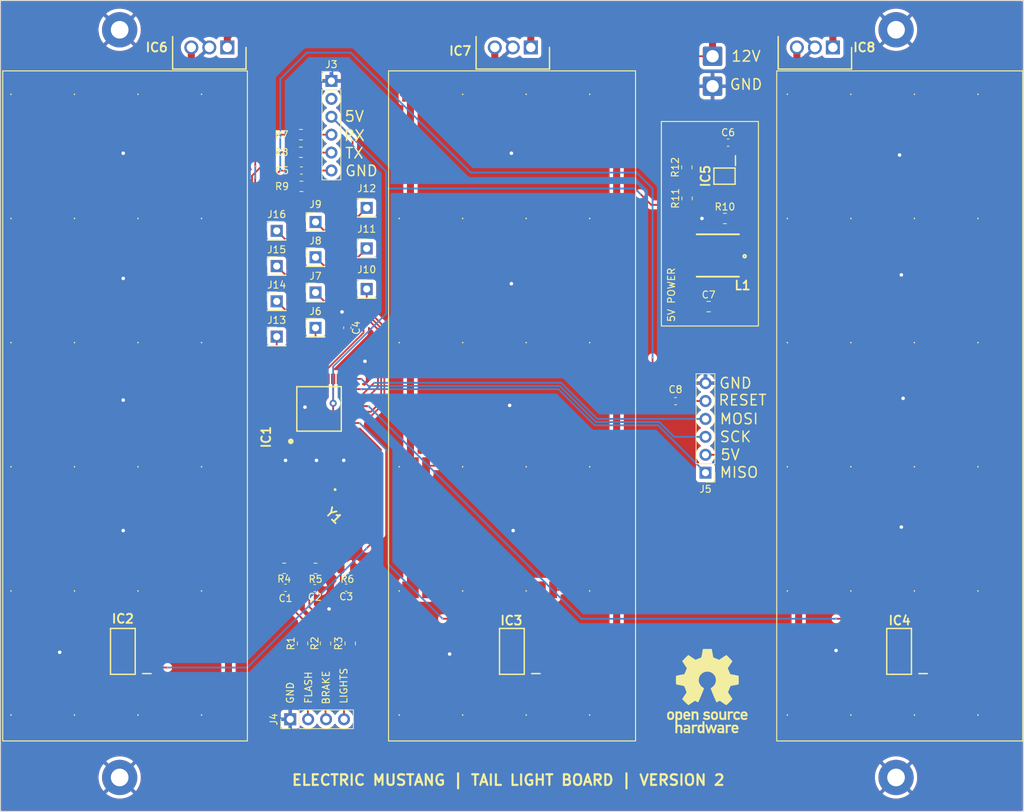
<source format=kicad_pcb>
(kicad_pcb (version 20221018) (generator pcbnew)
  (layers (0 "F.Cu" signal) (31 "B.Cu" signal) (34 "B.Paste" user) (35 "F.Paste" user) (36 "B.SilkS" user "B.Silkscreen") (37 "F.SilkS" user "F.Silkscreen") (38 "B.Mask" user) (39 "F.Mask" user) (44 "Edge.Cuts" user))
  (net 0 "")
  (net 1 "Net-(LED1-Pad2)")
  (net 2 "Net-(LED2-Pad2)")
  (net 3 "Net-(LED3-Pad2)")
  (net 4 "Net-(LED10-Pad2)")
  (net 5 "Net-(LED11-Pad2)")
  (net 6 "Net-(LED13-Pad2)")
  (net 7 "Net-(LED14-Pad2)")
  (net 8 "Net-(LED15-Pad2)")
  (net 9 "Net-(LED17-Pad2)")
  (net 10 "Net-(LED18-Pad2)")
  (net 11 "Net-(LED19-Pad2)")
  (net 12 "Net-(LED21-Pad2)")
  (net 13 "Net-(LED23-Pad2)")
  (net 14 "Net-(LED25-Pad2)")
  (net 15 "Net-(LED26-Pad2)")
  (net 16 "Net-(LED27-Pad2)")
  (net 17 "Net-(LED29-Pad2)")
  (net 18 "Net-(LED30-Pad2)")
  (net 19 "Net-(LED31-Pad2)")
  (net 20 "Net-(LED33-Pad2)")
  (net 21 "Net-(LED34-Pad2)")
  (net 22 "Net-(LED35-Pad2)")
  (net 23 "Net-(LED37-Pad2)")
  (net 24 "Net-(LED38-Pad2)")
  (net 25 "Net-(LED39-Pad2)")
  (net 26 "Net-(LED41-Pad2)")
  (net 27 "Net-(LED42-Pad2)")
  (net 28 "Net-(LED43-Pad2)")
  (net 29 "Net-(LED46-Pad2)")
  (net 30 "Net-(LED47-Pad2)")
  (net 31 "Net-(LED49-Pad2)")
  (net 32 "Net-(LED50-Pad2)")
  (net 33 "Net-(LED51-Pad2)")
  (net 34 "Net-(LED53-Pad2)")
  (net 35 "Net-(LED54-Pad2)")
  (net 36 "Net-(LED55-Pad2)")
  (net 37 "Net-(LED57-Pad2)")
  (net 38 "Net-(LED58-Pad2)")
  (net 39 "Net-(LED59-Pad2)")
  (net 40 "Net-(LED61-Pad2)")
  (net 41 "Net-(LED62-Pad2)")
  (net 42 "Net-(LED63-Pad2)")
  (net 43 "Net-(LED65-Pad2)")
  (net 44 "Net-(LED66-Pad2)")
  (net 45 "Net-(LED67-Pad2)")
  (net 46 "Net-(LED69-Pad2)")
  (net 47 "Net-(LED70-Pad2)")
  (net 48 "Net-(LED71-Pad2)")
  (net 49 "BLOCK_1_SIGNAL")
  (net 50 "BLOCK_2_SIGNAL")
  (net 51 "BLOCK_3_SIGNAL")
  (net 52 "GND")
  (net 53 "12V")
  (net 54 "Net-(LED45-Pad2)")
  (net 55 "RESET")
  (net 56 "Net-(IC1-PD2_(INT0{slash}PCINT18))")
  (net 57 "5V")
  (net 58 "FLASH_IN")
  (net 59 "BRAKE_IN")
  (net 60 "LIGHTS_ON_IN")
  (net 61 "RX")
  (net 62 "TX")
  (net 63 "Net-(IC1-(PCINT19{slash}OC2B{slash}INT1)_PD3)")
  (net 64 "Net-(IC1-(PCINT20{slash}XCK{slash}T0)_PD4)")
  (net 65 "Net-(IC1-AREF)")
  (net 66 "Net-(J3-Pin_6)")
  (net 67 "Net-(IC1-(PCINT6{slash}XTAL1{slash}TOSC1)_PB6)")
  (net 68 "Net-(IC1-(PCINT7{slash}XTAL2{slash}TOSC2)_PB7)")
  (net 69 "Net-(IC1-PD0_(RXD{slash}PCINT16))")
  (net 70 "Net-(IC1-PD1_(TXD{slash}PCINT17))")
  (net 71 "Net-(IC2-D_1)")
  (net 73 "Net-(IC3-D_1)")
  (net 75 "Net-(IC4-D_1)")
  (net 77 "Net-(IC5-FB)")
  (net 78 "Net-(IC5-SW)")
  (net 79 "Net-(IC5-PG)")
  (net 81 "Net-(LED5-Pad2)")
  (net 82 "Net-(LED6-Pad2)")
  (net 83 "Net-(LED7-Pad2)")
  (net 84 "Net-(LED10-Pad1)")
  (net 85 "Net-(LED22-Pad2)")
  (net 86 "MOSI")
  (net 87 "MISO")
  (net 88 "SCK")
  (net 89 "Net-(J5-Pin_5)")
  (net 90 "Net-(IC6-OUTPUT)")
  (net 91 "Net-(IC7-OUTPUT)")
  (net 92 "Net-(IC8-OUTPUT)")
  (net 93 "Net-(IC1-(PCINT23{slash}AIN1)_PD7)")
  (net 94 "Net-(IC1-(PCINT0{slash}CLKO{slash}ICP1)_PB0)")
  (net 95 "Net-(IC1-(PCINT2{slash}SS{slash}OC1B)_PB2)")
  (net 96 "Net-(IC1-ADC6)")
  (net 97 "Net-(IC1-ADC7)")
  (net 98 "Net-(IC1-PC0_(ADC0{slash}PCINT8))")
  (net 99 "Net-(IC1-PC1_(ADC1{slash}PCINT9))")
  (net 100 "Net-(IC1-PC2_(ADC2{slash}PCINT10))")
  (net 101 "Net-(IC1-PC3_(ADC3{slash}PCINT11))")
  (net 102 "Net-(IC1-PC4_(ADC4{slash}SDA{slash}PCINT12))")
  (net 103 "Net-(IC1-PC5_(ADC5{slash}SCL{slash}PCINT13))")
  (footprint "LED_SMD:HLAM2835H421WS108HR3" (layer "F.Cu") (at 168 57.6 180)
    (fp_text reference "LED56" hide)
    (fp_text value "HL-AM-2835H421W-S1-08-HR3" hide)
  )
  (footprint "Resistor_SMD:R_0805_2012Metric" (layer "F.Cu") (at 76.6625 118 90)
    (fp_text reference "R3")
    (fp_text value "4k7" hide)
  )
  (footprint "Resistor_SMD:R_0805_2012Metric" (layer "F.Cu") (at 76.25 107.3625)
    (fp_text reference "R6")
    (fp_text value "1k5" hide)
  )
  (footprint "LED_SMD:HLAM2835H421WS108HR3" (layer "F.Cu") (at 86 40 180)
    (fp_text reference "LED25" hide)
    (fp_text value "HL-AM-2835H421W-S1-08-HR3" hide)
  )
  (footprint "LED_SMD:HLAM2835H421WS108HR3" (layer "F.Cu") (at 49 110.4 180)
    (fp_text reference "LED19" hide)
    (fp_text value "HL-AM-2835H421W-S1-08-HR3" hide)
  )
  (footprint "LED_SMD:HLAM2835H421WS108HR3" (layer "F.Cu") (at 40 128 180)
    (fp_text reference "LED22" hide)
    (fp_text value "HL-AM-2835H421W-S1-08-HR3" hide)
  )
  (footprint "Resistor_SMD:R_0805_2012Metric" (layer "F.Cu") (at 71.75 107.3625)
    (fp_text reference "R5")
    (fp_text value "1k5" hide)
  )
  (footprint "Library:SOT230P700X175-4N" (layer "F.Cu") (at 99.568 119.126 180)
    (fp_text reference "IC3")
    (fp_text value "NCV8402ASTT1G" hide)
  )
  (footprint "Capacitor_SMD:C_0603_1608Metric" (layer "F.Cu") (at 122.765085 83.647101)
    (fp_text reference "C8")
    (fp_text value "0.1uF" hide)
  )
  (footprint "LED_SMD:HLAM2835H421WS108HR3" (layer "F.Cu") (at 58 75.2 180)
    (fp_text reference "LED12" hide)
    (fp_text value "HL-AM-2835H421W-S1-08-HR3" hide)
  )
  (footprint "Connector_PinHeader_2.54mm:PinHeader_1x01_P2.54mm_Vertical" (layer "F.Cu") (at 66.25 69.5)
    (fp_text reference "J14")
    (fp_text value "Conn_01x01_Pin" hide)
  )
  (footprint "Capacitor_SMD:C_0603_1608Metric" (layer "F.Cu") (at 67.5 110.1125 180)
    (fp_text reference "C1")
    (fp_text value "1uF" hide)
  )
  (footprint "LED_SMD:HLAM2835H421WS108HR3" (layer "F.Cu") (at 58 57.6 180)
    (fp_text reference "LED8" hide)
    (fp_text value "HL-AM-2835H421W-S1-08-HR3" hide)
  )
  (footprint "LED_SMD:HLAM2835H421WS108HR3" (layer "F.Cu") (at 86 57.6 180)
    (fp_text reference "LED29" hide)
    (fp_text value "HL-AM-2835H421W-S1-08-HR3" hide)
  )
  (footprint "LED_SMD:HLAM2835H421WS108HR3" (layer "F.Cu") (at 150 40 180)
    (fp_text reference "LED50" hide)
    (fp_text value "HL-AM-2835H421W-S1-08-HR3" hide)
  )
  (footprint "LED_SMD:HLAM2835H421WS108HR3" (layer "F.Cu") (at 104 110.4 180)
    (fp_text reference "LED43" hide)
    (fp_text value "HL-AM-2835H421W-S1-08-HR3" hide)
  )
  (footprint "LED_SMD:HLAM2835H421WS108HR3" (layer "F.Cu") (at 150 128 180)
    (fp_text reference "LED70" hide)
    (fp_text value "HL-AM-2835H421W-S1-08-HR3" hide)
  )
  (footprint "LED_SMD:HLAM2835H421WS108HR3" (layer "F.Cu") (at 40 75.2 180)
    (fp_text reference "LED10" hide)
    (fp_text value "HL-AM-2835H421W-S1-08-HR3" hide)
  )
  (footprint "LED_SMD:HLAM2835H421WS108HR3" (layer "F.Cu") (at 141 128 180)
    (fp_text reference "LED69" hide)
    (fp_text value "HL-AM-2835H421W-S1-08-HR3" hide)
  )
  (footprint "LED_SMD:HLAM2835H421WS108HR3" (layer "F.Cu") (at 49 128 180)
    (fp_text reference "LED23" hide)
    (fp_text value "HL-AM-2835H421W-S1-08-HR3" hide)
  )
  (footprint "Connector_PinHeader_2.54mm:PinHeader_1x01_P2.54mm_Vertical" (layer "F.Cu") (at 79 67.75)
    (fp_text reference "J10")
    (fp_text value "Conn_01x01_Pin" hide)
  )
  (footprint "Resistor_SMD:R_0805_2012Metric" (layer "F.Cu") (at 69.9125 118 90)
    (fp_text reference "R1")
    (fp_text value "4k7" hide)
  )
  (footprint "LED_SMD:HLAM2835H421WS108HR3" (layer "F.Cu") (at 168 110.4 180)
    (fp_text reference "LED68" hide)
    (fp_text value "HL-AM-2835H421W-S1-08-HR3" hide)
  )
  (footprint "Capacitor_SMD:C_0603_1608Metric" (layer "F.Cu") (at 130.204 47)
    (fp_text reference "C6")
    (fp_text value "10uF" hide)
  )
  (footprint "Resistor_SMD:R_0805_2012Metric" (layer "F.Cu") (at 69.75 53.2)
    (fp_text reference "R9")
    (fp_text value "10k" hide)
  )
  (footprint "LED_SMD:HLAM2835H421WS108HR3" (layer "F.Cu") (at 104 57.6 180)
    (fp_text reference "LED31" hide)
    (fp_text value "HL-AM-2835H421W-S1-08-HR3" hide)
  )
  (footprint "LED_SMD:HLAM2835H421WS108HR3" (layer "F.Cu") (at 150 57.6 180)
    (fp_text reference "LED54" hide)
    (fp_text value "HL-AM-2835H421W-S1-08-HR3" hide)
  )
  (footprint "LED_SMD:HLAM2835H421WS108HR3" (layer "F.Cu") (at 113 57.6 180)
    (fp_text reference "LED32" hide)
    (fp_text value "HL-AM-2835H421W-S1-08-HR3" hide)
  )
  (footprint "LED_SMD:HLAM2835H421WS108HR3" (layer "F.Cu") (at 141 57.6 180)
    (fp_text reference "LED53" hide)
    (fp_text value "HL-AM-2835H421W-S1-08-HR3" hide)
  )
  (footprint "Library:TO255P460X1020X2008-3P" (layer "F.Cu") (at 59.25 33.5 180)
    (fp_text reference "IC6")
    (fp_text value "L7812CV" hide)
  )
  (footprint "LED_SMD:HLAM2835H421WS108HR3" (layer "F.Cu") (at 31 40 180)
    (fp_text reference "LED1" hide)
    (fp_text value "HL-AM-2835H421W-S1-08-HR3" hide)
  )
  (footprint "Connector_PinHeader_2.54mm:PinHeader_1x04_P2.54mm_Vertical" (layer "F.Cu") (at 68.1625 128.75 90)
    (fp_text reference "J4")
    (fp_text value "Conn_01x04_Female" hide)
  )
  (footprint "LED_SMD:HLAM2835H421WS108HR3" (layer "F.Cu") (at 58 110.4 180)
    (fp_text reference "LED20" hide)
    (fp_text value "HL-AM-2835H421W-S1-08-HR3" hide)
  )
  (footprint "Connector_PinHeader_2.54mm:PinHeader_1x01_P2.54mm_Vertical" (layer "F.Cu") (at 71.75 68.25)
    (fp_text reference "J7")
    (fp_text value "Conn_01x01_Pin" hide)
  )
  (footprint "LED_SMD:HLAM2835H421WS108HR3" (layer "F.Cu") (at 49 75.2 180)
    (fp_text reference "LED11" hide)
    (fp_text value "HL-AM-2835H421W-S1-08-HR3" hide)
  )
  (footprint "LED_SMD:HLAM2835H421WS108HR3" (layer "F.Cu") (at 31 92.8 180)
    (fp_text reference "LED13" hide)
    (fp_text value "HL-AM-2835H421W-S1-08-HR3" hide)
  )
  (footprint "LED_SMD:HLAM2835H421WS108HR3" (layer "F.Cu") (at 159 40 180)
    (fp_text reference "LED51" hide)
    (fp_text value "HL-AM-2835H421W-S1-08-HR3" hide)
  )
  (footprint "Resistor_SMD:R_0805_2012Metric" (layer "F.Cu") (at 69.678661 45.867832 180)
    (fp_text reference "R7")
    (fp_text value "10k" hide)
  )
  (footprint "LED_SMD:HLAM2835H421WS108HR3" (layer "F.Cu") (at 49 92.8 180)
    (fp_text reference "LED15" hide)
    (fp_text value "HL-AM-2835H421W-S1-08-HR3" hide)
  )
  (footprint "LED_SMD:HLAM2835H421WS108HR3" (layer "F.Cu") (at 150 92.8 180)
    (fp_text reference "LED62" hide)
    (fp_text value "HL-AM-2835H421W-S1-08-HR3" hide)
  )
  (footprint "Connector_PinHeader_2.54mm:PinHeader_1x01_P2.54mm_Vertical" (layer "F.Cu") (at 71.75 73.25)
    (fp_text reference "J6")
    (fp_text value "Conn_01x01_Pin" hide)
  )
  (footprint "LED_SMD:HLAM2835H421WS108HR3" (layer "F.Cu") (at 150 110.4 180)
    (fp_text reference "LED66" hide)
    (fp_text value "HL-AM-2835H421W-S1-08-HR3" hide)
  )
  (footprint "Resistor_SMD:R_0805_2012Metric" (layer "F.Cu") (at 73.1625 118 90)
    (fp_text reference "R2")
    (fp_text value "4k7" hide)
  )
  (footprint "LED_SMD:HLAM2835H421WS108HR3" (layer "F.Cu") (at 86 110.4 180)
    (fp_text reference "LED41" hide)
    (fp_text value "HL-AM-2835H421W-S1-08-HR3" hide)
  )
  (footprint "Connector_Wire:SolderWire-1sqmm_1x01_D1.4mm_OD2.7mm" (layer "F.Cu") (at 128 34.75)
    (fp_text reference "J1" hide)
    (fp_text value "Conn_01x01" hide)
  )
  (footprint "LED_SMD:HLAM2835H421WS108HR3" (layer "F.Cu") (at 159 128 180)
    (fp_text reference "LED71" hide)
    (fp_text value "HL-AM-2835H421W-S1-08-HR3" hide)
  )
  (footprint "MountingHole:MountingHole_2.5mm_Pad" (layer "F.Cu") (at 44 137)
    (fp_text reference "H2" hide)
    (fp_text value "MountingHole_Pad" hide)
  )
  (footprint "Connector_PinHeader_2.54mm:PinHeader_1x01_P2.54mm_Vertical" (layer "F.Cu") (at 66.25 74.5)
    (fp_text reference "J13")
    (fp_text value "Conn_01x01_Pin" hide)
  )
  (footprint "Capacitor_SMD:C_0603_1608Metric" (layer "F.Cu") (at 76.25 73.25 90)
    (fp_text reference "C4")
    (fp_text value "0.1uF" hide)
  )
  (footprint "LED_SMD:HLAM2835H421WS108HR3" (layer "F.Cu") (at 58 40 180)
    (fp_text reference "LED4" hide)
    (fp_text value "HL-AM-2835H421W-S1-08-HR3" hide)
  )
  (footprint "LED_SMD:HLAM2835H421WS108HR3" (layer "F.Cu") (at 31 75.2 180)
    (fp_text reference "LED9" hide)
    (fp_text value "HL-AM-2835H421W-S1-08-HR3" hide)
  )
  (footprint "LED_SMD:HLAM2835H421WS108HR3" (layer "F.Cu") (at 168 75.2 180)
    (fp_text reference "LED60" hide)
    (fp_text value "HL-AM-2835H421W-S1-08-HR3" hide)
  )
  (footprint "LED_SMD:HLAM2835H421WS108HR3" (layer "F.Cu") (at 113 75.2 180)
    (fp_text reference "LED36" hide)
    (fp_text value "HL-AM-2835H421W-S1-08-HR3" hide)
  )
  (footprint "LED_SMD:HLAM2835H421WS108HR3" (layer "F.Cu") (at 95 128 180)
    (fp_text reference "LED46" hide)
    (fp_text value "HL-AM-2835H421W-S1-08-HR3" hide)
  )
  (footprint "LED_SMD:HLAM2835H421WS108HR3" (layer "F.Cu") (at 113 92.8 180)
    (fp_text reference "LED40" hide)
    (fp_text value "HL-AM-2835H421W-S1-08-HR3" hide)
  )
  (footprint "Symbol:OSHW-Logo_11.4x12mm_SilkScreen" (layer "F.Cu") (at 127.25 124.75)
    (fp_text reference "REF**" hide)
    (fp_text value "OSHW-Logo_11.4x12mm_SilkScreen" hide)
  )
  (footprint "LED_SMD:HLAM2835H421WS108HR3" (layer "F.Cu") (at 95 40 180)
    (fp_text reference "LED26" hide)
    (fp_text value "HL-AM-2835H421W-S1-08-HR3" hide)
  )
  (footprint "LED_SMD:HLAM2835H421WS108HR3" (layer "F.Cu") (at 95 92.8 180)
    (fp_text reference "LED38" hide)
    (fp_text value "HL-AM-2835H421W-S1-08-HR3" hide)
  )
  (footprint "Connector_PinHeader_2.54mm:PinHeader_1x01_P2.54mm_Vertical" (layer "F.Cu") (at 79 62)
    (fp_text reference "J11")
    (fp_text value "Conn_01x01_Pin" hide)
  )
  (footprint "Capacitor_SMD:C_0805_2012Metric" (layer "F.Cu") (at 127.45 70.25)
    (fp_text reference "C7")
    (fp_text value "22uF" hide)
  )
  (footprint "LED_SMD:HLAM2835H421WS108HR3" (layer "F.Cu") (at 40 57.6 180)
    (fp_text reference "LED6" hide)
    (fp_text value "HL-AM-2835H421W-S1-08-HR3" hide)
  )
  (footprint "LED_SMD:HLAM2835H421WS108HR3" (layer "F.Cu") (at 49 57.6 180)
    (fp_text reference "LED7" hide)
    (fp_text value "HL-AM-2835H421W-S1-08-HR3" hide)
  )
  (footprint "LED_SMD:HLAM2835H421WS108HR3" (layer "F.Cu") (at 150 75.2 180)
    (fp_text reference "LED58" hide)
    (fp_text value "HL-AM-2835H421W-S1-08-HR3" hide)
  )
  (footprint "Library:X322516MLB4SI" (layer "F.Cu") (at 77 97.25 -45)
    (fp_text reference "Y1")
    (fp_text value "X322516MLB4SI" hide)
  )
  (footprint "LED_SMD:HLAM2835H421WS108HR3" (layer "F.Cu") (at 141 110.4 180)
    (fp_text reference "LED65" hide)
    (fp_text value "HL-AM-2835H421W-S1-08-HR3" hide)
  )
  (footprint "Connector_PinHeader_2.54mm:PinHeader_1x06_P2.54mm_Vertical" (layer "F.Cu") (at 127 93.79 180)
    (fp_text reference "J5")
    (fp_text value "Conn_01x06_Female" hide)
  )
  (footprint "Connector_PinHeader_2.54mm:PinHeader_1x01_P2.54mm_Vertical" (layer "F.Cu") (at 66.25 59.5)
    (fp_text reference "J16")
    (fp_text value "Conn_01x01_Pin" hide)
  )
  (footprint "LED_SMD:HLAM2835H421WS108HR3" (layer "F.Cu") (at 159 57.6 180)
    (fp_text reference "LED55" hide)
    (fp_text value "HL-AM-2835H421W-S1-08-HR3" hide)
  )
  (footprint "LED_SMD:HLAM2835H421WS108HR3" (layer "F.Cu") (at 86 128 180)
    (fp_text reference "LED45" hide)
    (fp_text value "HL-AM-2835H421W-S1-08-HR3" hide)
  )
  (footprint "Capacitor_SMD:C_0603_1608Metric" (layer "F.Cu") (at 71.644552 110.159254)
    (fp_text reference "C2")
    (fp_text value "1uF" hide)
  )
  (footprint "LED_SMD:HLAM2835H421WS108HR3" (layer "F.Cu") (at 40 40 180)
    (fp_text reference "LED2" hide)
    (fp_text value "HL-AM-2835H421W-S1-08-HR3" hide)
  )
  (footprint "MountingHole:MountingHole_2.5mm_Pad" (layer "F.Cu") (at 154 31)
    (fp_text reference "H1" hide)
    (fp_text value "MountingHole_Pad" hide)
  )
  (footprint "LED_SMD:HLAM2835H421WS108HR3" (layer "F.Cu") (at 104 128 180)
    (fp_text reference "LED47" hide)
    (fp_text value "HL-AM-2835H421W-S1-08-HR3" hide)
  )
  (footprint "Capacitor_SMD:C_0603_1608Metric" (layer "F.Cu") (at 69.75 50.95)
    (fp_text reference "C5")
    (fp_text value "0.1uF" hide)
  )
  (footprint "LED_SMD:HLAM2835H421WS108HR3" (layer "F.Cu") (at 86 92.8 180)
    (fp_text reference "LED37" hide)
    (fp_text value "HL-AM-2835H421W-S1-08-HR3" hide)
  )
  (footprint "Resistor_SMD:R_0805_2012Metric" (layer "F.Cu") (at 124.389334 54.907452 90)
    (fp_text reference "R11")
    (fp_text value "220k" hide)
  )
  (footprint "LED_SMD:HLAM2835H421WS108HR3" (layer "F.Cu") (at 31 128 180)
    (fp_text reference "LED21" hide)
    (fp_text value "HL-AM-2835H421W-S1-08-HR3" hide)
  )
  (footprint "LED_SMD:HLAM2835H421WS108HR3" (layer "F.Cu") (at 31 57.6 180)
    (fp_text reference "LED5" hide)
    (fp_text value "HL-AM-2835H421W-S1-08-HR3" hide)
  )
  (footprint "Connector_PinHeader_2.54mm:PinHeader_1x06_P2.54mm_Vertical" (layer "F.Cu") (at 74 38.25)
    (fp_text reference "J3")
    (fp_text value "Conn_01x06_Female" hide)
  )
  (footprint "Connector_PinHeader_2.54mm:PinHeader_1x01_P2.54mm_Vertical" (layer "F.Cu") (at 79 56.25)
    (fp_text reference "J12")
    (fp_text value "Conn_01x01_Pin" hide)
  )
  (footprint "LED_SMD:HLAM2835H421WS108HR3" (layer "F.Cu") (at 113 40 180)
    (fp_text reference "LED28" hide)
    (fp_text value "HL-AM-2835H421W-S1-08-HR3" hide)
  )
  (footprint "Library:SOP65P490X110-8N" (layer "F.Cu") (at 129.696 51.75 -90)
    (fp_text reference "IC5")
    (fp_text value "TPS62160DGKR" hide)
  )
  (footprint "MountingHole:MountingHole_2.5mm_Pad" (layer "F.Cu") (at 44 31)
    (fp_text reference "H5" hide)
    (fp_text value "MountingHole_Pad" hide)
  )
  (footprint "Library:SOT230P700X175-4N" (layer "F.Cu") (at 44.45 119.126 180)
    (fp_text reference "IC2")
    (fp_text value "NCV8402ASTT1G" hide)
  )
  (footprint "LED_SMD:HLAM2835H421WS108HR3" (layer "F.Cu") (at 95 110.4 180)
    (fp_text reference "LED42" hide)
    (fp_text value "HL-AM-2835H421W-S1-08-HR3" hide)
  )
  (footprint "Capacitor_SMD:C_0603_1608Metric" (layer "F.Cu") (at 76.096701 110.096383)
    (fp_text reference "C3")
    (fp_text value "1uF" hide)
  )
  (footprint "LED_SMD:HLAM2835H421WS108HR3" (layer "F.Cu") (at 95 75.2 180)
    (fp_text reference "LED34" hide)
    (fp_text value "HL-AM-2835H421W-S1-08-HR3" hide)
  )
  (footprint "LED_SMD:HLAM2835H421WS108HR3" (layer "F.Cu") (at 40 110.4 180)
    (fp_text reference "LED18" hide)
    (fp_text value "HL-AM-2835H421W-S1-08-HR3" hide)
  )
  (footprint "LED_SMD:HLAM2835H421WS108HR3" (layer "F.Cu") (at 104 75.2 180)
    (fp_text reference "LED35" hide)
    (fp_text value "HL-AM-2835H421W-S1-08-HR3" hide)
  )
  (footprint "Library:QFP80P900X900X120-32N" (layer "F.Cu") (at 72.25 84.75 90)
    (fp_text reference "IC1")
    (fp_text value "ATMEGA328P-AU" hide)
  )
  (footprint "LED_SMD:HLAM2835H421WS108HR3" (layer "F.Cu") (at 159 110.4 180)
    (fp_text reference "LED67" hide)
    (fp_text value "HL-AM-2835H421W-S1-08-HR3" hide)
  )
  (footprint "LED_SMD:HLAM2835H421WS108HR3" (layer "F.Cu") (at 159 92.8 180)
    (fp_text reference "LED63" hide)
    (fp_text value "HL-AM-2835H421W-S1-08-HR3" hide)
  )
  (footprint "Connector_PinHeader_2.54mm:PinHeader_1x01_P2.54mm_Vertical" (layer "F.Cu") (at 66.25 64.5)
    (fp_text reference "J15")
    (fp_text value "Conn_01x01_Pin" hide)
  )
  (footprint "Connector_Wire:SolderWire-1sqmm_1x01_D1.4mm_OD2.7mm" (layer "F.Cu") (at 128 39)
    (fp_text reference "J2" hide)
    (fp_text value "Conn_01x01" hide)
  )
  (footprint "LED_SMD:HLAM2835H421WS108HR3" (layer "F.Cu") (at 49 40 180)
    (fp_text reference "LED3" hide)
    (fp_text value "HL-AM-2835H421W-S1-08-HR3" hide)
  )
  (footprint "LED_SMD:HLAM2835H421WS108HR3" (layer "F.Cu") (at 40 92.8 180)
    (fp_text reference "LED14" hide)
    (fp_text value "HL-AM-2835H421W-S1-08-HR3" hide)
  )
  (footprint "LED_SMD:HLAM2835H421WS108HR3" (layer "F.Cu") (at 159 75.2 180)
    (fp_text reference "LED59" hide)
    (fp_text value "HL-AM-2835H421W-S1-08-HR3" hide)
  )
  (footprint "Resistor_SMD:R_0805_2012Metric" (layer "F.Cu") (at 69.678661 48.367832 180)
    (fp_text reference "R8")
    (fp_text value "10k" hide)
  )
  (footprint "LED_SMD:HLAM2835H421WS108HR3" (layer "F.Cu") (at 113 110.4 180)
    (fp_text reference "LED44" hide)
    (fp_text value "HL-AM-2835H421W-S1-08-HR3" hide)
  )
  (footprint "LED_SMD:HLAM2835H421WS108HR3" (layer "F.Cu") (at 168 128 180)
    (fp_text reference "LED72" hide)
    (fp_text value "HL-AM-2835H421W-S1-08-HR3" hide)
  )
  (footprint "LED_SMD:HLAM2835H421WS108HR3" (layer "F.Cu") (at 104 92.8 180)
    (fp_text reference "LED39" hide)
    (fp_text value "HL-AM-2835H421W-S1-08-HR3" hide)
  )
  (footprint "LED_SMD:HLAM2835H421WS108HR3" (layer "F.Cu") (at 141 92.8 180)
    (fp_text reference "LED61" hide)
    (fp_text value "HL-AM-2835H421W-S1-08-HR3" hide)
  )
  (footprint "Resistor_SMD:R_0805_2012Metric" (layer "F.Cu") (at 129.75 57.75)
    (fp_text reference "R10")
    (fp_text value "100k" hide)
  )
  (footprint "Resistor_SMD:R_0805_2012Metric" (layer "F.Cu") (at 124.362 50.5 90)
    (fp_text reference "R12")
    (fp_text value "47k" hide)
  )
  (footprint "MountingHole:MountingHole_2.5mm_Pad" (layer "F.Cu") (at 154 137)
    (fp_text reference "H3" hide)
    (fp_text value "MountingHole_Pad" hide)
  )
  (footprint "LED_SMD:HLAM2835H421WS108HR3" (layer "F.Cu") (at 104 40 180)
    (fp_text reference "LED27" hide)
    (fp_text value "HL-AM-2835H421W-S1-08-HR3" hide)
  )
  (footprint "LED_SMD:HLAM2835H421WS108HR3" (layer "F.Cu") (at 95 57.6 180)
    (fp_text reference "LED30" hide)
    (fp_text value "HL-AM-2835H421W-S1-08-HR3" hide)
  )
  (footprint "Library:SOT230P700X175-4N" (layer "F.Cu") (at 154.432 119.126 180)
    (fp_text reference "IC4")
    (fp_text value "NCV8402ASTT1G" hide)
  )
  (footprint "LED_SMD:HLAM2835H421WS108HR3" (layer "F.Cu") (at 141 75.2 180)
    (fp_text reference "LED57" hide)
    (fp_text value "HL-AM-2835H421W-S1-08-HR3" hide)
  )
  (footprint "LED_SMD:HLAM2835H421WS108HR3" (layer "F.Cu") (at 58 92.8 180)
    (fp_text reference "LED16" hide)
    (fp_text value "HL-AM-2835H421W-S1-08-HR3" hide)
  )
  (footprint "LED_SMD:HLAM2835H421WS108HR3" (layer "F.Cu") (at 86 75.2 180)
    (fp_text reference "LED33" hide)
    (fp_text value "HL-AM-2835H421W-S1-08-HR3" hide)
  )
  (footprint "Resistor_SMD:R_0805_2012Metric" (layer "F.Cu") (at 67.308326 107.351602 180)
    (fp_text reference "R4")
    (fp_text value "1k5" hide)
  )
  (footprint "LED_SMD:HLAM2835H421WS108HR3" (layer "F.Cu") (at 141 40 180)
    (fp_text reference "LED49" hide)
    (fp_text value "HL-AM-2835H421W-S1-08-HR3" hide)
  )
  (footprint "LED_SMD:HLAM2835H421WS108HR3" (layer "F.Cu") (at 58 128 180)
    (fp_text reference "LED24" hide)
    (fp_text value "HL-AM-2835H421W-S1-08-HR3" hide)
  )
  (footprint "Library:TO255P460X1020X2008-3P" (layer "F.Cu") (at 145.05 33.5 180)
    (fp_text reference "IC8")
    (fp_text value "L7812CV" hide)
  )
  (footprint "LED_SMD:HLAM2835H421WS108HR3" (layer "F.Cu") (at 31 110.4 180)
    (fp_text reference "LED17" hide)
    (fp_text value "HL-AM-2835H421W-S1-08-HR3" hide)
  )
  (footprint "Library:NR6028T220M" (layer "F.Cu") (at 128.75 63 180)
    (fp_text reference "L1")
    (fp_text value "2.2uH" hide)
  )
  (footprint "LED_SMD:HLAM2835H421WS108HR3" (layer "F.Cu") (at 168 40 180)
    (fp_text reference "LED52" hide)
    (fp_text value "HL-AM-2835H421W-S1-08-HR3" hide)
  )
  (footprint "Connector_PinHeader_2.54mm:PinHeader_1x01_P2.54mm_Vertical" (layer "F.Cu") (at 71.75 58.25)
    (fp_text reference "J9")
    (fp_text value "Conn_01x01_Pin" hide)
  )
  (footprint "Connector_PinHeader_2.54mm:PinHeader_1x01_P2.54mm_Vertical" (layer "F.Cu") (at 71.75 63.25)
    (fp_text reference "J8")
    (fp_text value "Conn_01x01_Pin" hide)
  )
  (footprint "LED_SMD:HLAM2835H421WS108HR3" (layer "F.Cu") (at 113 128 180)
    (fp_text reference "LED48" hide)
    (fp_text value "HL-AM-2835H421W-S1-08-HR3" hide)
  )
  (footprint "Library:TO255P460X1020X2008-3P" (layer "F.Cu") (at 102.25 33.5 180)
    (fp_text reference "IC7")
    (fp_text value "L7812CV" hide)
  )
  (footprint "LED_SMD:HLAM2835H421WS108HR3" (layer "F.Cu") (at 168 92.8 180)
    (fp_text reference "LED64" hide)
    (fp_text value "HL-AM-2835H421W-S1-08-HR3" hide)
  )
  (gr_rect (start 137.094 36.83) (end 171.958 131.828) (stroke (width 0.15)) (fill none) (layer "F.SilkS"))
  (gr_rect (start 120.75 44) (end 134.5 73) (stroke (width 0.15)) (fill none) (layer "F.SilkS"))
  (gr_rect (start 82.094 36.828) (end 117.094 131.828) (stroke (width 0.15)) (fill none) (layer "F.SilkS"))
  (gr_rect (start 27.432 36.83) (end 62.094 131.828) (stroke (width 0.15)) (fill none) (layer "F.SilkS"))
  (gr_line (start 27.094 141.828) (end 172.094 141.828) (stroke (width 0.1)) (layer "Edge.Cuts"))
  (gr_line (start 27.094 26.828) (end 27.094 141.828) (stroke (width 0.1)) (layer "Edge.Cuts"))
  (gr_line (start 27.094 26.828) (end 172.094 26.828) (stroke (width 0.1)) (layer "Edge.Cuts"))
  (gr_line (start 172.094 26.828) (end 172.094 141.828) (stroke (width 0.1)) (layer "Edge.Cuts"))
  (gr_text "5V" (at 130.5 91.25) (layer "F.SilkS") (effects (font (size 1.5 1.5) (thickness 0.2))))
  (gr_text "RX" (at 77.25 46) (layer "F.SilkS") (effects (font (size 1.5 1.5) (thickness 0.2))))
  (gr_text "GND" (at 132.75 38.75) (layer "F.SilkS") (effects (font (size 1.5 1.5) (thickness 0.2))))
  (gr_text "LIGHTS" (at 75.75 124 90) (layer "F.SilkS") (effects (font (size 1 1))))
  (gr_text "FLASH" (at 70.75 124.25 90) (layer "F.SilkS") (effects (font (size 1 1))))
  (gr_text "ELECTRIC MUSTANG | TAIL LIGHT BOARD | VERSION 2" (at 68.25 138.25) (layer "F.SilkS") (effects (font (size 1.5 1.5) (thickness 0.3) bold) (justify left bottom)))
  (gr_text "5V" (at 77.25 43.276) (layer "F.SilkS") (effects (font (size 1.5 1.5) (thickness 0.2))))
  (gr_text "MISO" (at 131.75 93.75) (layer "F.SilkS") (effects (font (size 1.5 1.5) (thickness 0.2))))
  (gr_text "SCK" (at 131.25 88.71) (layer "F.SilkS") (effects (font (size 1.5 1.5) (thickness 0.2))))
  (gr_text "GND" (at 131.25 81.09) (layer "F.SilkS") (effects (font (size 1.5 1.5) (thickness 0.2))))
  (gr_text "5V POWER" (at 122.75 72.5 90) (layer "F.SilkS") (effects (font (size 1 1)) (justify left bottom)))
  (gr_text "BRAKE" (at 73.2425 124.25 90) (layer "F.SilkS") (effects (font (size 1 1))))
  (gr_text "RESET" (at 132.25 83.5) (layer "F.SilkS") (effects (font (size 1.5 1.5) (thickness 0.2))))
  (gr_text "12V" (at 132.75 34.75) (layer "F.SilkS") (effects (font (size 1.5 1.5) (thickness 0.2))))
  (gr_text "TX" (at 77.25 48.5) (layer "F.SilkS") (effects (font (size 1.5 1.5) (thickness 0.2))))
  (gr_text "GND" (at 68.1625 125 90) (layer "F.SilkS") (effects (font (size 1 1))))
  (gr_text "GND" (at 78.25 51) (layer "F.SilkS") (effects (font (size 1.5 1.5) (thickness 0.2))))
  (gr_text "MOSI" (at 131.75 86.17) (layer "F.SilkS") (effects (font (size 1.5 1.5) (thickness 0.2))))
  (segment (start 32.415 40) (end 39.2 40) (width 0.25) (layer "F.Cu") (net 1))
  (segment (start 41.415 40) (end 48.2 40) (width 0.25) (layer "F.Cu") (net 2))
  (segment (start 50.415 40) (end 57.2 40) (width 0.25) (layer "F.Cu") (net 3))
  (segment (start 41.415 75.2) (end 48.2 75.2) (width 0.25) (layer "F.Cu") (net 4))
  (segment (start 50.415 75.2) (end 57.2 75.2) (width 0.25) (layer "F.Cu") (net 5))
  (segment (start 32.415 92.8) (end 39.2 92.8) (width 0.25) (layer "F.Cu") (net 6))
  (segment (start 41.415 92.8) (end 48.2 92.8) (width 0.25) (layer "F.Cu") (net 7))
  (segment (start 50.415 92.8) (end 57.2 92.8) (width 0.25) (layer "F.Cu") (net 8))
  (segment (start 32.415 110.4) (end 39.2 110.4) (width 0.25) (layer "F.Cu") (net 9))
  (segment (start 41.415 110.4) (end 48.2 110.4) (width 0.25) (layer "F.Cu") (net 10))
  (segment (start 50.415 110.4) (end 57.2 110.4) (width 0.25) (layer "F.Cu") (net 11))
  (segment (start 32.415 128) (end 39.2 128) (width 0.25) (layer "F.Cu") (net 12))
  (segment (start 50.415 128) (end 57.2 128) (width 0.25) (layer "F.Cu") (net 13))
  (segment (start 87.415 40) (end 94.2 40) (width 0.25) (layer "F.Cu") (net 14))
  (segment (start 96.415 40) (end 103.2 40) (width 0.25) (layer "F.Cu") (net 15))
  (segment (start 105.415 40) (end 112.2 40) (width 0.25) (layer "F.Cu") (net 16))
  (segment (start 87.415 57.6) (end 94.2 57.6) (width 0.25) (layer "F.Cu") (net 17))
  (segment (start 96.415 57.6) (end 103.2 57.6) (width 0.25) (layer "F.Cu") (net 18))
  (segment (start 105.415 57.6) (end 112.2 57.6) (width 0.25) (layer "F.Cu") (net 19))
  (segment (start 87.415 75.2) (end 94.2 75.2) (width 0.25) (layer "F.Cu") (net 20))
  (segment (start 96.415 75.2) (end 103.2 75.2) (width 0.25) (layer "F.Cu") (net 21))
  (segment (start 105.415 75.2) (end 112.2 75.2) (width 0.25) (layer "F.Cu") (net 22))
  (segment (start 87.415 92.8) (end 94.2 92.8) (width 0.25) (layer "F.Cu") (net 23))
  (segment (start 96.415 92.8) (end 103.2 92.8) (width 0.25) (layer "F.Cu") (net 24))
  (segment (start 105.415 92.8) (end 112.2 92.8) (width 0.25) (layer "F.Cu") (net 25))
  (segment (start 87.415 110.4) (end 94.2 110.4) (width 0.25) (layer "F.Cu") (net 26))
  (segment (start 96.415 110.4) (end 103.2 110.4) (width 0.25) (layer "F.Cu") (net 27))
  (segment (start 105.415 110.4) (end 112.2 110.4) (width 0.25) (layer "F.Cu") (net 28))
  (segment (start 96.415 128) (end 103.2 128) (width 0.25) (layer "F.Cu") (net 29))
  (segment (start 105.415 128) (end 112.2 128) (width 0.25) (layer "F.Cu") (net 30))
  (segment (start 142.415 40) (end 149.2 40) (width 0.25) (layer "F.Cu") (net 31))
  (segment (start 151.415 40) (end 158.2 40) (width 0.25) (layer "F.Cu") (net 32))
  (segment (start 160.415 40) (end 167.2 40) (width 0.25) (layer "F.Cu") (net 33))
  (segment (start 142.415 57.6) (end 149.2 57.6) (width 0.25) (layer "F.Cu") (net 34))
  (segment (start 151.415 57.6) (end 158.2 57.6) (width 0.25) (layer "F.Cu") (net 35))
  (segment (start 160.415 57.6) (end 167.2 57.6) (width 0.25) (layer "F.Cu") (net 36))
  (segment (start 142.415 75.2) (end 149.2 75.2) (width 0.25) (layer "F.Cu") (net 37))
  (segment (start 151.415 75.2) (end 158.2 75.2) (width 0.25) (layer "F.Cu") (net 38))
  (segment (start 160.415 75.2) (end 167.2 75.2) (width 0.25) (layer "F.Cu") (net 39))
  (segment (start 142.415 92.8) (end 149.2 92.8) (width 0.25) (layer "F.Cu") (net 40))
  (segment (start 151.415 92.8) (end 158.2 92.8) (width 0.25) (layer "F.Cu") (net 41))
  (segment (start 160.415 92.8) (end 167.2 92.8) (width 0.25) (layer "F.Cu") (net 42))
  (segment (start 142.415 110.4) (end 149.2 110.4) (width 0.25) (layer "F.Cu") (net 43))
  (segment (start 151.415 110.4) (end 158.2 110.4) (width 0.25) (layer "F.Cu") (net 44))
  (segment (start 160.415 110.4) (end 167.2 110.4) (width 0.25) (layer "F.Cu") (net 45))
  (segment (start 142.415 128) (end 149.2 128) (width 0.25) (layer "F.Cu") (net 46))
  (segment (start 151.415 128) (end 158.2 128) (width 0.25) (layer "F.Cu") (net 47))
  (segment (start 160.415 128) (end 167.2 128) (width 0.25) (layer "F.Cu") (net 48))
  (segment (start 81 102.5) (end 81 90.5) (width 0.25) (layer "F.Cu") (net 49))
  (segment (start 47.864 121.412) (end 50.8 121.412) (width 0.25) (layer "F.Cu") (net 49))
  (segment (start 79 104.5) (end 81 102.5) (width 0.25) (layer "F.Cu") (net 49))
  (segment (start 47.85 121.426) (end 47.864 121.412) (width 0.25) (layer "F.Cu") (net 49))
  (segment (start 78.05 87.55) (end 76.5 87.55) (width 0.25) (layer "F.Cu") (net 49))
  (segment (start 81 90.5) (end 78.05 87.55) (width 0.25) (layer "F.Cu") (net 49))
  (via (at 79 104.5) (size 0.25) (drill 0.1) (layers "F.Cu" "B.Cu") (net 49))
  (via (at 50.8 121.412) (size 0.25) (drill 0.1) (layers "F.Cu" "B.Cu") (net 49))
  (segment (start 79 104.5) (end 62.086005 121.413995) (width 0.25) (layer "B.Cu") (net 49))
  (segment (start 50.801995 121.413995) (end 50.8 121.412) (width 0.25) (layer "B.Cu") (net 49))
  (segment (start 62.086005 121.413995) (end 50.801995 121.413995) (width 0.25) (layer "B.Cu") (net 49))
  (segment (start 89.75 114.5) (end 104.5 114.5) (width 0.25) (layer "F.Cu") (net 50))
  (segment (start 104.5 114.5) (end 105.5 115.5) (width 0.25) (layer "F.Cu") (net 50))
  (segment (start 105.5 115.5) (end 105.5 120.5) (width 0.25) (layer "F.Cu") (net 50))
  (segment (start 105.5 120.5) (end 104.574 121.426) (width 0.25) (layer "F.Cu") (net 50))
  (segment (start 104.574 121.426) (end 102.968 121.426) (width 0.25) (layer "F.Cu") (net 50))
  (segment (start 78 86.75) (end 76.5 86.75) (width 0.25) (layer "F.Cu") (net 50))
  (via (at 78 86.75) (size 0.25) (drill 0.1) (layers "F.Cu" "B.Cu") (net 50))
  (via (at 89.75 114.5) (size 0.25) (drill 0.1) (layers "F.Cu" "B.Cu") (net 50))
  (segment (start 82 106.75) (end 82 90.75) (width 0.25) (layer "B.Cu") (net 50))
  (segment (start 89.75 114.5) (end 82 106.75) (width 0.25) (layer "B.Cu") (net 50))
  (segment (start 82 90.75) (end 78 86.75) (width 0.25) (layer "B.Cu") (net 50))
  (segment (start 160.5 120.5) (end 159.574 121.426) (width 0.25) (layer "F.Cu") (net 51))
  (segment (start 145.5 114.5) (end 159.5 114.5) (width 0.25) (layer "F.Cu") (net 51))
  (segment (start 160.5 115.5) (end 160.5 120.5) (width 0.25) (layer "F.Cu") (net 51))
  (segment (start 159.5 114.5) (end 160.5 115.5) (width 0.25) (layer "F.Cu") (net 51))
  (segment (start 79.25 84.354365) (end 77.504365 84.354365) (width 0.25) (layer "F.Cu") (net 51))
  (segment (start 77.504365 84.354365) (end 77.5 84.35) (width 0.25) (layer "F.Cu") (net 51))
  (segment (start 159.574 121.426) (end 157.832 121.426) (width 0.25) (layer "F.Cu") (net 51))
  (segment (start 77.5 84.35) (end 76.5 84.35) (width 0.25) (layer "F.Cu") (net 51))
  (via (at 79.25 84.354365) (size 0.25) (drill 0.1) (layers "F.Cu" "B.Cu") (net 51))
  (via (at 145.5 114.5) (size 0.25) (drill 0.1) (layers "F.Cu" "B.Cu") (net 51))
  (segment (start 109.419591 114.5) (end 145.5 114.5) (width 0.25) (layer "B.Cu") (net 51))
  (segment (start 79.25 84.354365) (end 79.273956 84.354365) (width 0.25) (layer "B.Cu") (net 51))
  (segment (start 79.273956 84.354365) (end 109.419591 114.5) (width 0.25) (layer "B.Cu") (net 51))
  (segment (start 71.885251 92.042911) (end 72.65 91.278162) (width 0.25) (layer "F.Cu") (net 52))
  (segment (start 71.05 87.8) (end 71.05 89) (width 0.25) (layer "F.Cu") (net 52))
  (segment (start 70.25 84.5) (end 71.85 82.9) (width 0.25) (layer "F.Cu") (net 52))
  (segment (start 71.05 91.20766) (end 71.05 89) (width 0.25) (layer "F.Cu") (net 52))
  (segment (start 71.885251 92.042911) (end 71.05 91.20766) (width 0.25) (layer "F.Cu") (net 52))
  (segment (start 71.85 82.9) (end 71.85 80.5) (width 0.25) (layer "F.Cu") (net 52))
  (segment (start 70.25 84.5) (end 70.25 87) (width 0.25) (layer "F.Cu") (net 52))
  (segment (start 70.25 87) (end 71.05 87.8) (width 0.25) (layer "F.Cu") (net 52))
  (segment (start 72.65 91.278162) (end 72.65 89) (width 0.25) (layer "F.Cu") (net 52))
  (via (at 75.5 71) (size 1) (drill 0.5) (layers "F.Cu" "B.Cu") (net 52))
  (via (at 99.5 67) (size 1) (drill 0.5) (layers "F.Cu" "B.Cu") (net 52))
  (via (at 99.5 48.5) (size 1) (drill 0.5) (layers "F.Cu" "B.Cu") (net 52))
  (via (at 71.885251 92.042911) (size 1) (drill 0.5) (layers "F.Cu" "B.Cu") (net 52))
  (via (at 78.75 78) (size 1) (drill 0.5) (layers "F.Cu" "B.Cu") (net 52))
  (via (at 154.75 65.75) (size 1) (drill 0.5) (layers "F.Cu" "B.Cu") (net 52))
  (via (at 126.5 57.75) (size 1) (drill 0.5) (layers "F.Cu" "B.Cu") (net 52))
  (via (at 44.5 66.25) (size 1) (drill 0.5) (layers "F.Cu" "B.Cu") (net 52))
  (via (at 70.25 84.5) (size 1) (drill 0.5) (layers "F.Cu" "B.Cu") (net 52))
  (via (at 154.5 48.75) (size 1) (drill 0.5) (layers "F.Cu" "B.Cu") (net 52))
  (via (at 35.5 119.25) (size 1) (drill 0.5) (layers "F.Cu" "B.Cu") (net 52))
  (via (at 67.5 92.042911) (size 1) (drill 0.5) (layers "F.Cu" "B.Cu") (net 52))
  (via (at 155 83.25) (size 1) (drill 0.5) (layers "F.Cu" "B.Cu") (net 52))
  (via (at 154.75 101.5) (size 1) (drill 0.5) (layers "F.Cu" "B.Cu") (net 52))
  (via (at 75.75 92.042911) (size 1) (drill 0.5) (layers "F.Cu" "B.Cu") (net 52))
  (via (at 44.5 83.5) (size 1) (drill 0.5) (layers "F.Cu" "B.Cu") (net 52))
  (via (at 44.5 48.5) (size 1) (drill 0.5) (layers "F.Cu" "B.Cu") (net 52))
  (via (at 99.25 84.25) (size 1) (drill 0.5) (layers "F.Cu" "B.Cu") (net 52))
  (via (at 145.5 119) (size 1) (drill 0.5) (layers "F.Cu" "B.Cu") (net 52))
  (via (at 99.75 102) (size 1) (drill 0.5) (layers "F.Cu" "B.Cu") (net 52))
  (via (at 44.5 102) (size 1) (drill 0.5) (layers "F.Cu" "B.Cu") (net 52))
  (via (at 90.75 119.5) (size 1) (drill 0.5) (layers "F.Cu" "B.Cu") (net 52))
  (via (at 73.6625 113.1125) (size 1) (drill 0.5) (layers "F.Cu" "B.Cu") (net 52))
  (segment (start 128 30) (end 128 34.75) (width 1) (layer "F.Cu") (net 53))
  (segment (start 145.05 31.8) (end 145.05 33.5) (width 1) (layer "F.Cu") (net 53))
  (segment (start 100.5 30) (end 128 30) (width 1) (layer "F.Cu") (net 53))
  (segment (start 59.25 32) (end 59.25 33.5) (width 1) (layer "F.Cu") (net 53))
  (segment (start 102.25 30) (end 102.25 33.5) (width 1) (layer "F.Cu") (net 53))
  (segment (start 129.371 47.058) (end 129.429 47) (width 0.25) (layer "F.Cu") (net 53))
  (segment (start 76.25 30) (end 61.25 30) (width 1) (layer "F.Cu") (net 53))
  (segment (start 129.371 49.55) (end 130.021 49.55) (width 0.25) (layer "F.Cu") (net 53))
  (segment (start 124.75 45.75) (end 124.75 36) (width 0.25) (layer "F.Cu") (net 53))
  (segment (start 124.75 36) (end 126 34.75) (width 0.25) (layer "F.Cu") (net 53))
  (segment (start 129.429 47) (end 126 47) (width 0.25) (layer "F.Cu") (net 53))
  (segment (start 122 30) (end 143.25 30) (width 1) (layer "F.Cu") (net 53))
  (segment (start 126 47) (end 124.75 45.75) (width 0.25) (layer "F.Cu") (net 53))
  (segment (start 129.371 49.55) (end 129.371 47.058) (width 0.25) (layer "F.Cu") (net 53))
  (segment (start 143.25 30) (end 145.05 31.8) (width 1) (layer "F.Cu") (net 53))
  (segment (start 61.25 30) (end 59.25 32) (width 1) (layer "F.Cu") (net 53))
  (segment (start 126 34.75) (end 128 34.75) (width 0.25) (layer "F.Cu") (net 53))
  (segment (start 76.25 30) (end 102.25 30) (width 1) (layer "F.Cu") (net 53))
  (segment (start 87.415 128) (end 94.2 128) (width 0.25) (layer "F.Cu") (net 54))
  (segment (start 64.654469 85.15) (end 64.65 85.15) (width 0.25) (layer "F.Cu") (net 55))
  (segment (start 66.755579 50.94978) (end 66.755799 50.95) (width 0.25) (layer "F.Cu") (net 55))
  (segment (start 121.897101 83.647101) (end 121.990085 83.647101) (width 0.25) (layer "F.Cu") (net 55))
  (segment (start 68.975 50.95) (end 68.975 53.0625) (width 0.25) (layer "F.Cu") (net 55))
  (segment (start 119.5 77.5) (end 119.5 81.25) (width 0.25) (layer "F.Cu") (net 55))
  (segment (start 68.975 53.0625) (end 68.8375 53.2) (width 0.25) (layer "F.Cu") (net 55))
  (segment (start 64.655584 85.148885) (end 64.654469 85.15) (width 0.25) (layer "F.Cu") (net 55))
  (segment (start 119.5 81.25) (end 121.897101 83.647101) (width 0.25) (layer "F.Cu") (net 55))
  (segment (start 66.755359 50.95) (end 66.755579 50.94978) (width 0.25) (layer "F.Cu") (net 55))
  (segment (start 68 85.15) (end 64.656699 85.15) (width 0.25) (layer "F.Cu") (net 55))
  (segment (start 66.755799 50.95) (end 68.975 50.95) (width 0.25) (layer "F.Cu") (net 55))
  (segment (start 64.656699 85.15) (end 64.655584 85.148885) (width 0.25) (layer "F.Cu") (net 55))
  (segment (start 66.75 50.95) (end 66.755359 50.95) (width 0.25) (layer "F.Cu") (net 55))
  (segment (start 63.650153 84.150153) (end 63.650153 54.049847) (width 0.25) (layer "F.Cu") (net 55))
  (segment (start 64.65 85.15) (end 63.650153 84.150153) (width 0.25) (layer "F.Cu") (net 55))
  (segment (start 63.650153 54.049847) (end 66.75 50.95) (width 0.25) (layer "F.Cu") (net 55))
  (via (at 119.5 77.5) (size 0.25) (drill 0.1) (layers "F.Cu" "B.Cu") (net 55))
  (via (at 66.755579 50.94978) (size 0.25) (drill 0.1) (layers "F.Cu" "B.Cu") (net 55))
  (segment (start 117.25 51.25) (end 93.75 51.25) (width 0.25) (layer "B.Cu") (net 55))
  (segment (start 93.75 51.25) (end 76.75 34.25) (width 0.25) (layer "B.Cu") (net 55))
  (segment (start 119.5 53.5) (end 117.25 51.25) (width 0.25) (layer "B.Cu") (net 55))
  (segment (start 76.75 34.25) (end 70.5 34.25) (width 0.25) (layer "B.Cu") (net 55))
  (segment (start 70.5 34.25) (end 66.755579 37.994421) (width 0.25) (layer "B.Cu") (net 55))
  (segment (start 66.755579 37.994421) (end 66.755579 50.94978) (width 0.25) (layer "B.Cu") (net 55))
  (segment (start 119.5 77.5) (end 119.5 53.5) (width 0.25) (layer "B.Cu") (net 55))
  (segment (start 68.25 110.1375) (end 68.25 112.86875) (width 0.25) (layer "F.Cu") (net 56))
  (segment (start 68.220826 105.470826) (end 68.220826 107.351602) (width 0.25) (layer "F.Cu") (net 56))
  (segment (start 69.9125 114.53125) (end 69.9125 117.0875) (width 0.25) (layer "F.Cu") (net 56))
  (segment (start 68.254065 110.091565) (end 68.275 110.1125) (width 0.25) (layer "F.Cu") (net 56))
  (segment (start 68.275 110.1125) (end 68.25 110.1375) (width 0.25) (layer "F.Cu") (net 56))
  (segment (start 68.220826 107.351602) (end 68.254065 107.384841) (width 0.25) (layer "F.Cu") (net 56))
  (segment (start 68 87.55) (end 66.65 87.55) (width 0.25) (layer "F.Cu") (net 56))
  (segment (start 66 88.2) (end 66 103.25) (width 0.25) (layer "F.Cu") (net 56))
  (segment (start 68.254065 107.384841) (end 68.254065 110.091565) (width 0.25) (layer "F.Cu") (net 56))
  (segment (start 66 103.25) (end 68.220826 105.470826) (width 0.25) (layer "F.Cu") (net 56))
  (segment (start 66.65 87.55) (end 66 88.2) (width 0.25) (layer "F.Cu") (net 56))
  (segment (start 68.25 112.86875) (end 69.9125 114.53125) (width 0.25) (layer "F.Cu") (net 56))
  (segment (start 73.45 86.175) (end 73.45 89) (width 0.25) (layer "F.Cu") (net 57))
  (segment (start 117.75 54.25) (end 119.326485 55.826485) (width 0.25) (layer "F.Cu") (net 57))
  (segment (start 128.75 91.25) (end 127 91.25) (width 0.25) (layer "F.Cu") (net 57))
  (segment (start 128.8375 60.4125) (end 128.8375 57.75) (width 0.25) (layer "F.Cu") (net 57))
  (segment (start 126.4 63) (end 126.4 62.85) (width 0.25) (layer "F.Cu") (net 57))
  (segment (start 74.25 85.25) (end 74.25 85.375) (width 0.25) (layer "F.Cu") (net 57))
  (segment (start 126.4 72.7) (end 129.75 76.05) (width 0.25) (layer "F.Cu") (net 57))
  (segment (start 126.4 62.5) (end 126.4 63) (width 0.25) (layer "F.Cu") (net 57))
  (segment (start 73.5125 86.1125) (end 73.45 86.175) (width 0.25) (layer "F.Cu") (net 57))
  (segment (start 74.75 53.2) (end 70.6625 53.2) (width 0.25) (layer "F.Cu") (net 57))
  (segment (start 129.75 90.25) (end 128.75 91.25) (width 0.25) (layer "F.Cu") (net 57))
  (segment (start 124.362 55.847286) (end 124.362 60.462) (width 0.25) (layer "F.Cu") (net 57))
  (segment (start 74 43.35) (end 77 46.35) (width 0.25) (layer "F.Cu") (net 57))
  (segment (start 74.25 85.375) (end 71.85 87.775) (width 0.25) (layer "F.Cu") (net 57))
  (segment (start 74.25 83.95) (end 74.25 80.5) (width 0.25) (layer "F.Cu") (net 57))
  (segment (start 77 46.35) (end 77 50.95) (width 0.25) (layer "F.Cu") (net 57))
  (segment (start 124.382801 55.826485) (end 124.389334 55.819952) (width 0.25) (layer "F.Cu") (net 57))
  (segment (start 128.8375 57.75) (end 128.8375 56.1625) (width 0.25) (layer "F.Cu") (net 57))
  (segment (start 124.362 60.462) (end 126.4 62.5) (width 0.25) (layer "F.Cu") (net 57))
  (segment (start 126.4 63) (end 126.4 72.7) (width 0.25) (layer "F.Cu") (net 57))
  (segment (start 129.371 55.629) (end 129.371 53.95) (width 0.25) (layer "F.Cu") (net 57))
  (segment (start 126.4 62.85) (end 128.8375 60.4125) (width 0.25) (layer "F.Cu") (net 57))
  (segment (start 129.75 76.05) (end 129.75 90.25) (width 0.25) (layer "F.Cu") (net 57))
  (segment (start 74.25 83.95) (end 74.25 85.25) (width 0.25) (layer "F.Cu") (net 57))
  (segment (start 119.326485 55.826485) (end 124.382801 55.826485) (width 0.25) (layer "F.Cu") (net 57))
  (segment (start 71.85 87.775) (end 71.85 89) (width 0.25) (layer "F.Cu") (net 57))
  (segment (start 74 43.33) (end 74 43.35) (width 0.25) (layer "F.Cu") (net 57))
  (segment (start 124.389334 55.819952) (end 124.362 55.847286) (width 0.25) (layer "F.Cu") (net 57))
  (segment (start 77 50.95) (end 74.75 53.2) (width 0.25) (layer "F.Cu") (net 57))
  (segment (start 128.8375 56.1625) (end 129.371 55.629) (width 0.25) (layer "F.Cu") (net 57))
  (via (at 74.25 83.95) (size 1) (drill 0.5) (layers "F.Cu" "B.Cu") (net 57))
  (via (at 117.75 54.25) (size 0.25) (drill 0.1) (layers "F.Cu" "B.Cu") (net 57))
  (segment (start 117 53.5) (end 81.75 53.5) (width 0.25) (layer "B.Cu") (net 57))
  (segment (start 81.75 71.25) (end 81.75 51.08) (width 0.25) (layer "B.Cu") (net 57))
  (segment (start 74.25 83.95) (end 74.25 78.75) (width 0.25) (layer "B.Cu") (net 57))
  (segment (start 81.75 51.08) (end 74 43.33) (width 0.25) (layer "B.Cu") (net 57))
  (segment (start 74.25 78.75) (end 81.75 71.25) (width 0.25) (layer "B.Cu") (net 57))
  (segment (start 81.75 53.5) (end 81.75 51.08) (width 0.25) (layer "B.Cu") (net 57))
  (segment (start 117.75 54.25) (end 117 53.5) (width 0.25) (layer "B.Cu") (net 57))
  (segment (start 69.9125 126.1625) (end 70.6625 126.9125) (width 0.25) (layer "F.Cu") (net 58))
  (segment (start 69.9125 118.9125) (end 69.9125 126.1625) (width 0.25) (layer "F.Cu") (net 58))
  (segment (start 70.6625 126.9125) (end 70.6625 128.71) (width 0.25) (layer "F.Cu") (net 58))
  (segment (start 70.6625 128.71) (end 70.7025 128.75) (width 0.25) (layer "F.Cu") (net 58))
  (segment (start 73.1625 118.9125) (end 73.1625 128.67) (width 0.25) (layer "F.Cu") (net 59))
  (segment (start 73.1625 128.67) (end 73.2425 128.75) (width 0.25) (layer "F.Cu") (net 59))
  (segment (start 76.6625 118.9125) (end 76.6625 126.0875) (width 0.25) (layer "F.Cu") (net 60))
  (segment (start 75.7825 126.9675) (end 75.7825 128.75) (width 0.25) (layer "F.Cu") (net 60))
  (segment (start 76.6625 126.0875) (end 75.7825 126.9675) (width 0.25) (layer "F.Cu") (net 60))
  (segment (start 74 45.87) (end 70.593329 45.87) (width 0.25) (layer "F.Cu") (net 61))
  (segment (start 70.593329 45.87) (end 70.591161 45.867832) (width 0.25) (layer "F.Cu") (net 61))
  (segment (start 70.633329 48.41) (end 70.591161 48.367832) (width 0.25) (layer "F.Cu") (net 62))
  (segment (start 74 48.41) (end 70.633329 48.41) (width 0.25) (layer "F.Cu") (net 62))
  (segment (start 70.87335 110.163052) (end 70.87335 112.82335) (width 0.25) (layer "F.Cu") (net 63))
  (segment (start 69.45 89) (end 69.45 93.45) (width 0.25) (layer "F.Cu") (net 63))
  (segment (start 70.869552 110.159254) (end 70.8375 110.127202) (width 0.25) (layer "F.Cu") (net 63))
  (segment (start 70.8375 110.127202) (end 70.8375 107.3625) (width 0.25) (layer "F.Cu") (net 63))
  (segment (start 70.87335 112.82335) (end 73.1625 115.1125) (width 0.25) (layer "F.Cu") (net 63))
  (segment (start 70.8 94.8) (end 70.8 107.325) (width 0.25) (layer "F.Cu") (net 63))
  (segment (start 69.45 93.45) (end 70.8 94.8) (width 0.25) (layer "F.Cu") (net 63))
  (segment (start 70.869552 110.159254) (end 70.87335 110.163052) (width 0.25) (layer "F.Cu") (net 63))
  (segment (start 70.8 107.325) (end 70.8375 107.3625) (width 0.25) (layer "F.Cu") (net 63))
  (segment (start 73.1625 115.1125) (end 73.1625 117.0875) (width 0.25) (layer "F.Cu") (net 63))
  (segment (start 75.3375 110.080584) (end 75.3375 107.3625) (width 0.25) (layer "F.Cu") (net 64))
  (segment (start 71.75 94.375) (end 71.75 101.75) (width 0.25) (layer "F.Cu") (net 64))
  (segment (start 76.6625 114.075) (end 75.321701 112.734201) (width 0.25) (layer "F.Cu") (net 64))
  (segment (start 70.25 92.875) (end 71.75 94.375) (width 0.25) (layer "F.Cu") (net 64))
  (segment (start 75.321701 110.096383) (end 75.3375 110.080584) (width 0.25) (layer "F.Cu") (net 64))
  (segment (start 76.6625 117.0875) (end 76.6625 114.075) (width 0.25) (layer "F.Cu") (net 64))
  (segment (start 70.25 89) (end 70.25 92.875) (width 0.25) (layer "F.Cu") (net 64))
  (segment (start 75.3375 105.3375) (end 75.3375 107.3625) (width 0.25) (layer "F.Cu") (net 64))
  (segment (start 71.75 101.75) (end 75.3375 105.3375) (width 0.25) (layer "F.Cu") (net 64))
  (segment (start 75.321701 112.734201) (end 75.321701 110.096383) (width 0.25) (layer "F.Cu") (net 64))
  (segment (start 72.64339 78.91839) (end 76.25 75.31178) (width 0.25) (layer "F.Cu") (net 65))
  (segment (start 72.65 80.5) (end 72.64339 80.49339) (width 0.25) (layer "F.Cu") (net 65))
  (segment (start 76.25 75.31178) (end 76.25 74.025) (width 0.25) (layer "F.Cu") (net 65))
  (segment (start 72.64339 80.49339) (end 72.64339 78.91839) (width 0.25) (layer "F.Cu") (net 65))
  (segment (start 70.525 50.95) (end 74 50.95) (width 0.25) (layer "F.Cu") (net 66))
  (segment (start 74.25 95.702081) (end 74.25 89) (width 0.25) (layer "F.Cu") (net 67))
  (segment (start 75.621142 97.073223) (end 74.25 95.702081) (width 0.25) (layer "F.Cu") (net 67))
  (segment (start 79.75 93.5) (end 75.25 89) (width 0.25) (layer "F.Cu") (net 68))
  (segment (start 78.378858 97.426777) (end 79.75 96.055635) (width 0.25) (layer "F.Cu") (net 68))
  (segment (start 75.25 89) (end 75.05 89) (width 0.25) (layer "F.Cu") (net 68))
  (segment (start 79.75 96.055635) (end 79.75 93.5) (width 0.25) (layer "F.Cu") (net 68))
  (segment (start 63.2 52.0005) (end 63.2 84.45) (width 0.25) (layer "F.Cu") (net 69))
  (segment (start 64.7 85.95) (end 68 85.95) (width 0.25) (layer "F.Cu") (net 69))
  (segment (start 66.332168 45.867832) (end 68.766161 45.867832) (width 0.25) (layer "F.Cu") (net 69))
  (segment (start 63.1995 52) (end 63.2 52.0005) (width 0.25) (layer "F.Cu") (net 69))
  (segment (start 63.2 84.45) (end 64.7 85.95) (width 0.25) (layer "F.Cu") (net 69))
  (segment (start 63.212086 48.987914) (end 66.332168 45.867832) (width 0.25) (layer "F.Cu") (net 69))
  (segment (start 63.212086 50.349601) (end 63.212086 48.987914) (width 0.25) (layer "F.Cu") (net 69))
  (via (at 63.1995 52) (size 0.25) (drill 0.1) (layers "F.Cu" "B.Cu") (net 69))
  (via (at 63.212086 50.349601) (size 0.25) (drill 0.1) (layers "F.Cu" "B.Cu") (net 69))
  (segment (start 63.1995 52) (end 63.212086 51.987414) (width 0.25) (layer "B.Cu") (net 69))
  (segment (start 63.212086 51.987414) (end 63.212086 50.349601) (width 0.25) (layer "B.Cu") (net 69))
  (segment (start 62.75 51.7) (end 66.082168 48.367832) (width 0.25) (layer "F.Cu") (net 70))
  (segment (start 62.75 84.75) (end 62.75 51.7) (width 0.25) (layer "F.Cu") (net 70))
  (segment (start 66.082168 48.367832) (end 68.766161 48.367832) (width 0.25) (layer "F.Cu") (net 70))
  (segment (start 64.75 86.75) (end 62.75 84.75) (width 0.25) (layer "F.Cu") (net 70))
  (segment (start 68 86.75) (end 64.75 86.75) (width 0.25) (layer "F.Cu") (net 70))
  (segment (start 30.2 40) (end 30.2 57.6) (width 1) (layer "F.Cu") (net 71))
  (segment (start 30.2 110.4) (end 30.2 123.952) (width 1) (layer "F.Cu") (net 71))
  (segment (start 45.72 119.126) (end 40.894 123.952) (width 1) (layer "F.Cu") (net 71))
  (segment (start 30.2 57.6) (end 30.2 75.2) (width 1) (layer "F.Cu") (net 71))
  (segment (start 30.2 123.952) (end 30.2 128) (width 1) (layer "F.Cu") (net 71))
  (segment (start 30.2 75.2) (end 30.2 92.8) (width 1) (layer "F.Cu") (net 71))
  (segment (start 40.894 123.952) (end 30.2 123.952) (width 1) (layer "F.Cu") (net 71))
  (segment (start 30.2 92.8) (end 30.2 110.4) (width 1) (layer "F.Cu") (net 71))
  (segment (start 47.85 119.126) (end 45.72 119.126) (width 1) (layer "F.Cu") (net 71))
  (segment (start 85.2 124.206) (end 85.406 124) (width 1) (layer "F.Cu") (net 73))
  (segment (start 85.2 92.8) (end 85.2 110.4) (width 1) (layer "F.Cu") (net 73))
  (segment (start 85.2 110.4) (end 85.2 124.206) (width 1) (layer "F.Cu") (net 73))
  (segment (start 85.406 124) (end 96.25 124) (width 1) (layer "F.Cu") (net 73))
  (segment (start 96.25 124) (end 101.124 119.126) (width 1) (layer "F.Cu") (net 73))
  (segment (start 101.124 119.126) (end 102.968 119.126) (width 1) (layer "F.Cu") (net 73))
  (segment (start 85.2 124.206) (end 85.2 128) (width 1) (layer "F.Cu") (net 73))
  (segment (start 85.2 40) (end 85.2 57.6) (width 1) (layer "F.Cu") (net 73))
  (segment (start 85.2 75.2) (end 85.2 92.8) (width 1) (layer "F.Cu") (net 73))
  (segment (start 85.2 57.6) (end 85.2 75.2) (width 1) (layer "F.Cu") (net 73))
  (segment (start 140.2 75.2) (end 140.2 92.8) (width 1) (layer "F.Cu") (net 75))
  (segment (start 140.2 40) (end 140.2 57.6) (width 1) (layer "F.Cu") (net 75))
  (segment (start 140.2 124) (end 151.5 124) (width 1) (layer "F.Cu") (net 75))
  (segment (start 140.2 57.6) (end 140.2 75.2) (width 1) (layer "F.Cu") (net 75))
  (segment (start 140.2 110.4) (end 140.2 124.714) (width 1) (layer "F.Cu") (net 75))
  (segment (start 140.2 124.714) (end 140.2 128) (width 1) (layer "F.Cu") (net 75))
  (segment (start 151.5 124) (end 156.374 119.126) (width 1) (layer "F.Cu") (net 75))
  (segment (start 156.374 119.126) (end 157.832 119.126) (width 1) (layer "F.Cu") (net 75))
  (segment (start 140.2 92.8) (end 140.2 110.4) (width 1) (layer "F.Cu") (net 75))
  (segment (start 124.362 53.967618) (end 124.362 51.4125) (width 0.25) (layer "F.Cu") (net 77))
  (segment (start 124.389334 53.994952) (end 124.362 53.967618) (width 0.25) (layer "F.Cu") (net 77))
  (segment (start 126.164952 53.994952) (end 124.389334 53.994952) (width 0.25) (layer "F.Cu") (net 77))
  (segment (start 128.671 54) (end 126.17 54) (width 0.25) (layer "F.Cu") (net 77))
  (segment (start 128.721 53.95) (end 128.671 54) (width 0.25) (layer "F.Cu") (net 77))
  (segment (start 126.17 54) (end 126.164952 53.994952) (width 0.25) (layer "F.Cu") (net 77))
  (segment (start 130.021 53.95) (end 130.021 52.979) (width 0.25) (layer "F.Cu") (net 78))
  (segment (start 130.75 52.25) (end 132.5 52.25) (width 0.25) (layer "F.Cu") (net 78))
  (segment (start 133.35 60.75) (end 131.1 63) (width 0.25) (layer "F.Cu") (net 78))
  (segment (start 130.021 52.979) (end 130.75 52.25) (width 0.25) (layer "F.Cu") (net 78))
  (segment (start 133.35 53.1) (end 133.35 60.75) (width 0.25) (layer "F.Cu") (net 78))
  (segment (start 132.5 52.25) (end 133.35 53.1) (width 0.25) (layer "F.Cu") (net 78))
  (segment (start 130.671 57.721) (end 130.6625 57.7295) (width 0.25) (layer "F.Cu") (net 79))
  (segment (start 130.6625 57.7295) (end 130.6625 57.75) (width 0.25) (layer "F.Cu") (net 79))
  (segment (start 130.671 53.95) (end 130.671 57.721) (width 0.25) (layer "F.Cu") (net 79))
  (segment (start 32.415 57.6) (end 39.2 57.6) (width 0.25) (layer "F.Cu") (net 81))
  (segment (start 41.415 57.6) (end 48.2 57.6) (width 0.25) (layer "F.Cu") (net 82))
  (segment (start 50.415 57.6) (end 57.2 57.6) (width 0.25) (layer "F.Cu") (net 83))
  (segment (start 32.415 75.2) (end 39.2 75.2) (width 0.25) (layer "F.Cu") (net 84))
  (segment (start 41.415 128) (end 48.2 128) (width 0.25) (layer "F.Cu") (net 85))
  (segment (start 78.349158 82.75) (end 76.5 82.75) (width 0.25) (layer "F.Cu") (net 86))
  (segment (start 80.049579 81.049579) (end 78.349158 82.75) (width 0.25) (layer "F.Cu") (net 86))
  (via (at 80.049579 81.049579) (size 0.25) (drill 0.1) (layers "F.Cu" "B.Cu") (net 86))
  (segment (start 80.049579 81.049579) (end 106.549579 81.049579) (width 0.25) (layer "B.Cu") (net 86))
  (segment (start 111.67 86.17) (end 127 86.17) (width 0.25) (layer "B.Cu") (net 86))
  (segment (start 106.549579 81.049579) (end 111.67 86.17) (width 0.25) (layer "B.Cu") (net 86))
  (segment (start 78.192577 81.95) (end 76.5 81.95) (width 0.25) (layer "F.Cu") (net 87))
  (segment (start 78.200511 81.957934) (end 78.192577 81.95) (width 0.25) (layer "F.Cu") (net 87))
  (via (at 78.200511 81.957934) (size 0.25) (drill 0.1) (layers "F.Cu" "B.Cu") (net 87))
  (segment (start 120.28 87.07) (end 127 93.79) (width 0.25) (layer "B.Cu") (net 87))
  (segment (start 106.176787 81.949579) (end 111.297208 87.07) (width 0.25) (layer "B.Cu") (net 87))
  (segment (start 111.297208 87.07) (end 120.28 87.07) (width 0.25) (layer "B.Cu") (net 87))
  (segment (start 78.200511 81.957934) (end 78.208866 81.949579) (width 0.25) (layer "B.Cu") (net 87))
  (segment (start 78.208866 81.949579) (end 106.176787 81.949579) (width 0.25) (layer "B.Cu") (net 87))
  (segment (start 75.05 80.5) (end 78.25 80.5) (width 0.25) (layer "F.Cu") (net 88))
  (via (at 78.25 80.5) (size 0.25) (drill 0.1) (layers "F.Cu" "B.Cu") (net 88))
  (segment (start 122.556396 88.71) (end 127 88.71) (width 0.25) (layer "B.Cu") (net 88))
  (segment (start 111.483604 86.62) (end 120.466396 86.62) (width 0.25) (layer "B.Cu") (net 88))
  (segment (start 79.249579 81.499579) (end 106.363183 81.499579) (width 0.25) (layer "B.Cu") (net 88))
  (segment (start 78.25 80.5) (end 79.249579 81.499579) (width 0.25) (layer "B.Cu") (net 88))
  (segment (start 106.363183 81.499579) (end 111.483604 86.62) (width 0.25) (layer "B.Cu") (net 88))
  (segment (start 120.466396 86.62) (end 122.556396 88.71) (width 0.25) (layer "B.Cu") (net 88))
  (segment (start 123.557186 83.63) (end 127 83.63) (width 0.25) (layer "F.Cu") (net 89))
  (segment (start 59.415 40) (end 59.415 57.6) (width 1) (layer "F.Cu") (net 90))
  (segment (start 59.415 92.8) (end 59.415 110.4) (width 1) (layer "F.Cu") (net 90))
  (segment (start 59.415 40) (end 59.415 38.25) (width 1) (layer "F.Cu") (net 90))
  (segment (start 59.415 118.893) (end 59.415 119.147) (width 1) (layer "F.Cu") (net 90))
  (segment (start 59.415 75.2) (end 59.415 92.8) (width 1) (layer "F.Cu") (net 90))
  (segment (start 59.415 119.147) (end 59.415 128) (width 1) (layer "F.Cu") (net 90))
  (segment (start 59.415 110.4) (end 59.415 118.893) (width 1) (layer "F.Cu") (net 90))
  (segment (start 59.415 38.25) (end 58.165 37) (width 1) (layer "F.Cu") (net 90))
  (segment (start 58.165 37) (end 55.25 37) (width 1) (layer "F.Cu") (net 90))
  (segment (start 59.415 57.6) (end 59.415 75.2) (width 1) (layer "F.Cu") (net 90))
  (segment (start 55.25 37) (end 54.15 35.9) (width 1) (layer "F.Cu") (net 90))
  (segment (start 54.15 35.9) (end 54.15 33.5) (width 1) (layer "F.Cu") (net 90))
  (segment (start 97.15 35.4) (end 97.15 33.5) (width 1) (layer "F.Cu") (net 91))
  (segment (start 98.75 37) (end 97.15 35.4) (width 1) (layer "F.Cu") (net 91))
  (segment (start 114.415 118.987) (end 114.415 128) (width 1) (layer "F.Cu") (net 91))
  (segment (start 114.415 40) (end 114.415 38.165) (width 1) (layer "F.Cu") (net 91))
  (segment (start 114.415 110.4) (end 114.415 118.987) (width 1) (layer "F.Cu") (net 91))
  (segment (start 114.415 57.6) (end 114.415 75.2) (width 1) (layer "F.Cu") (net 91))
  (segment (start 113.25 37) (end 98.75 37) (width 1) (layer "F.Cu") (net 91))
  (segment (start 114.415 75.2) (end 114.415 92.8) (width 1) (layer "F.Cu") (net 91))
  (segment (start 114.415 40) (end 114.415 57.6) (width 1) (layer "F.Cu") (net 91))
  (segment (start 114.415 38.165) (end 113.25 37) (width 1) (layer "F.Cu") (net 91))
  (segment (start 114.415 92.8) (end 114.415 110.4) (width 1) (layer "F.Cu") (net 91))
  (segment (start 169.415 119.129) (end 169.415 128) (width 1) (layer "F.Cu") (net 92))
  (segment (start 168 37) (end 141.75 37) (width 1) (layer "F.Cu") (net 92))
  (segment (start 169.415 38.415) (end 168 37) (width 1) (layer "F.Cu") (net 92))
  (segment (start 169.415 110.4) (end 169.415 119.129) (width 1) (layer "F.Cu") (net 92))
  (segment (start 169.415 75.2) (end 169.415 92.8) (width 1) (layer "F.Cu") (net 92))
  (segment (start 169.415 92.8) (end 169.415 110.4) (width 1) (layer "F.Cu") (net 92))
  (segment (start 139.95 35.2) (end 139.95 33.5) (width 1) (layer "F.Cu") (net 92))
  (segment (start 169.415 40) (end 169.415 57.6) (width 1) (layer "F.Cu") (net 92))
  (segment (start 169.415 57.6) (end 169.415 75.2) (width 1) (layer "F.Cu") (net 92))
  (segment (start 169.415 40) (end 169.415 38.415) (width 1) (layer "F.Cu") (net 92))
  (segment (start 141.75 37) (end 139.95 35.2) (width 1) (layer "F.Cu") (net 92))
  (segment (start 76.5 85.95) (end 79.436396 85.95) (width 0.25) (layer "F.Cu") (net 93))
  (segment (start 79 70.613604) (end 79 67.75) (width 0.25) (layer "F.Cu") (net 93))
  (segment (start 81.5 73.113604) (end 79 70.613604) (width 0.25) (layer "F.Cu") (net 93))
  (segment (start 81.5 83.886396) (end 81.5 73.113604) (width 0.25) (layer "F.Cu") (net 93))
  (segment (start 79.436396 85.95) (end 81.5 83.886396) (width 0.25) (layer "F.Cu") (net 93))
  (segment (start 76.5 85.15) (end 79.6 85.15) (width 0.25) (layer "F.Cu") (net 94))
  (segment (start 81.05 83.7) (end 81.05 73.3) (width 0.25) (layer "F.Cu") (net 94))
  (segment (start 79.6 85.15) (end 81.05 83.7) (width 0.25) (layer "F.Cu") (net 94))
  (segment (start 75.55 65.45) (end 79 62) (width 0.25) (layer "F.Cu") (net 94))
  (segment (start 75.55 67.8) (end 75.55 65.45) (width 0.25) (layer "F.Cu") (net 94))
  (segment (start 81.05 73.3) (end 75.55 67.8) (width 0.25) (layer "F.Cu") (net 94))
  (segment (start 75.1 67.986396) (end 75.1 60.15) (width 0.25) (layer "F.Cu") (net 95))
  (segment (start 80.6 73.486396) (end 75.1 67.986396) (width 0.25) (layer "F.Cu") (net 95))
  (segment (start 75.1 60.15) (end 79 56.25) (width 0.25) (layer "F.Cu") (net 95))
  (segment (start 78.7 83.55) (end 80.6 81.65) (width 0.25) (layer "F.Cu") (net 95))
  (segment (start 80.6 81.65) (end 80.6 73.486396) (width 0.25) (layer "F.Cu") (net 95))
  (segment (start 76.5 83.55) (end 78.7 83.55) (width 0.25) (layer "F.Cu") (net 95))
  (segment (start 78.55 72.072792) (end 74.65 68.172792) (width 0.25) (layer "F.Cu") (net 96))
  (segment (start 73.45 79.05) (end 78.55 73.95) (width 0.25) (layer "F.Cu") (net 96))
  (segment (start 74.65 61.15) (end 71.75 58.25) (width 0.25) (layer "F.Cu") (net 96))
  (segment (start 74.65 68.172792) (end 74.65 61.15) (width 0.25) (layer "F.Cu") (net 96))
  (segment (start 78.55 73.95) (end 78.55 72.072792) (width 0.25) (layer "F.Cu") (net 96))
  (segment (start 73.45 80.5) (end 73.45 79.05) (width 0.25) (layer "F.Cu") (net 96))
  (segment (start 71.05 80.5) (end 71.05 77.836396) (width 0.25) (layer "F.Cu") (net 97))
  (segment (start 74.2 65.7) (end 71.75 63.25) (width 0.25) (layer "F.Cu") (net 97))
  (segment (start 74.2 74.686396) (end 74.2 65.7) (width 0.25) (layer "F.Cu") (net 97))
  (segment (start 71.05 77.836396) (end 74.2 74.686396) (width 0.25) (layer "F.Cu") (net 97))
  (segment (start 73.75 74.5) (end 73.75 70.25) (width 0.25) (layer "F.Cu") (net 98))
  (segment (start 73.75 70.25) (end 71.75 68.25) (width 0.25) (layer "F.Cu") (net 98))
  (segment (start 70.25 80.5) (end 70.25 78) (width 0.25) (layer "F.Cu") (net 98))
  (segment (start 70.25 78) (end 73.75 74.5) (width 0.25) (layer "F.Cu") (net 98))
  (segment (start 71.75 75.863604) (end 71.75 73.25) (width 0.25) (layer "F.Cu") (net 99))
  (segment (start 69.45 78.163604) (end 71.75 75.863604) (width 0.25) (layer "F.Cu") (net 99))
  (segment (start 69.45 80.5) (end 69.45 78.163604) (width 0.25) (layer "F.Cu") (net 99))
  (segment (start 68 77.272792) (end 69.4 75.872792) (width 0.25) (layer "F.Cu") (net 100))
  (segment (start 68 81.95) (end 68 77.272792) (width 0.25) (layer "F.Cu") (net 100))
  (segment (start 69.4 62.65) (end 66.25 59.5) (width 0.25) (layer "F.Cu") (net 100))
  (segment (start 69.4 75.872792) (end 69.4 62.65) (width 0.25) (layer "F.Cu") (net 100))
  (segment (start 67 82.75) (end 66.5 82.25) (width 0.25) (layer "F.Cu") (net 101))
  (segment (start 66.5 82.25) (end 66.5 78.136396) (width 0.25) (layer "F.Cu") (net 101))
  (segment (start 66.5 78.136396) (end 68.95 75.686396) (width 0.25) (layer "F.Cu") (net 101))
  (segment (start 68.95 75.686396) (end 68.95 67.2) (width 0.25) (layer "F.Cu") (net 101))
  (segment (start 68 82.75) (end 67 82.75) (width 0.25) (layer "F.Cu") (net 101))
  (segment (start 68.95 67.2) (end 66.25 64.5) (width 0.25) (layer "F.Cu") (net 101))
  (segment (start 68.5 75.5) (end 68.5 71.75) (width 0.25) (layer "F.Cu") (net 102))
  (segment (start 66.981802 83.55) (end 66.05 82.618198) (width 0.25) (layer "F.Cu") (net 102))
  (segment (start 68 83.55) (end 66.981802 83.55) (width 0.25) (layer "F.Cu") (net 102))
  (segment (start 66.05 82.618198) (end 66.05 77.95) (width 0.25) (layer "F.Cu") (net 102))
  (segment (start 66.05 77.95) (end 68.5 75.5) (width 0.25) (layer "F.Cu") (net 102))
  (segment (start 68.5 71.75) (end 66.25 69.5) (width 0.25) (layer "F.Cu") (net 102))
  (segment (start 68 84.35) (end 66.975 84.35) (width 0.25) (layer "F.Cu") (net 103))
  (segment (start 65.6 82.975) (end 65.6 77.65) (width 0.25) (layer "F.Cu") (net 103))
  (segment (start 65.6 77.65) (end 66.25 77) (width 0.25) (layer "F.Cu") (net 103))
  (segment (start 66.975 84.35) (end 65.6 82.975) (width 0.25) (layer "F.Cu") (net 103))
  (segment (start 66.25 77) (end 66.25 74.5) (width 0.25) (layer "F.Cu") (net 103))
  (zone (net 52) (net_name "GND") (layer "F.Cu") (connect_pads (clearance 0.508)) (min_thickness 0.25) (fill yes (thermal_gap 0.5) (thermal_bridge_width 0.5))
    (polygon (pts (xy 27.178 26.924) (xy 171.958 26.924) (xy 171.958 141.732) (xy 27.178 141.732)))
  )
  (zone (net 52) (net_name "GND") (layer "B.Cu") (priority 1) (connect_pads (clearance 0.508)) (min_thickness 0.25) (fill yes (thermal_gap 0.5) (thermal_bridge_width 0.5))
    (polygon (pts (xy 27.178 26.924) (xy 171.958 26.924) (xy 171.958 141.732) (xy 27.178 141.732)))
  )
)
</source>
